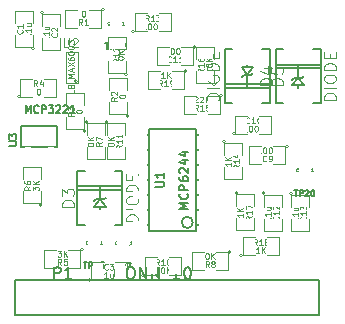
<source format=gto>
G04 (created by PCBNEW (2013-07-07 BZR 4022)-stable) date 11/15/2014 10:46:49 AM*
%MOIN*%
G04 Gerber Fmt 3.4, Leading zero omitted, Abs format*
%FSLAX34Y34*%
G01*
G70*
G90*
G04 APERTURE LIST*
%ADD10C,0.00590551*%
%ADD11C,0.005*%
%ADD12C,0.0039*%
%ADD13C,0.0031*%
%ADD14C,0.0059*%
%ADD15C,0.0043*%
%ADD16C,0.0047*%
%ADD17C,0.0025*%
%ADD18R,0.02X0.03*%
%ADD19R,0.05X0.025*%
%ADD20R,0.035X0.055*%
%ADD21R,0.055X0.035*%
%ADD22R,0.0866X0.063*%
%ADD23R,0.0394X0.0315*%
%ADD24C,0.0700787*%
%ADD25R,0.0393701X0.0393701*%
G04 APERTURE END LIST*
G54D10*
G54D11*
X11683Y-12475D02*
X11683Y-11775D01*
X11683Y-11775D02*
X12883Y-11775D01*
X12883Y-11775D02*
X12883Y-12475D01*
X12883Y-12475D02*
X11683Y-12475D01*
X15940Y-15280D02*
X17500Y-15280D01*
X17500Y-15280D02*
X17500Y-11880D01*
X17500Y-11880D02*
X15940Y-11880D01*
X15940Y-11880D02*
X15940Y-15280D01*
X15940Y-14580D02*
X15510Y-14580D01*
X15940Y-14080D02*
X15510Y-14080D01*
X15940Y-13580D02*
X15510Y-13580D01*
X15940Y-15080D02*
X15510Y-15080D01*
X15510Y-13080D02*
X15940Y-13080D01*
X15510Y-12580D02*
X15940Y-12580D01*
X15510Y-12080D02*
X15940Y-12080D01*
X17500Y-12080D02*
X17930Y-12080D01*
X17500Y-12580D02*
X17930Y-12580D01*
X17500Y-15080D02*
X17930Y-15080D01*
X17930Y-14580D02*
X17500Y-14580D01*
X17930Y-13080D02*
X17500Y-13080D01*
X17930Y-13580D02*
X17500Y-13580D01*
X17930Y-14080D02*
X17500Y-14080D01*
X17396Y-14990D02*
G75*
G03X17396Y-14990I-186J0D01*
G74*
G01*
G54D12*
X14450Y-7900D02*
G75*
G03X14450Y-7900I-50J0D01*
G74*
G01*
X13950Y-7900D02*
X14350Y-7900D01*
X14350Y-7900D02*
X14350Y-8500D01*
X14350Y-8500D02*
X13950Y-8500D01*
X13550Y-8500D02*
X13150Y-8500D01*
X13150Y-8500D02*
X13150Y-7900D01*
X13150Y-7900D02*
X13550Y-7900D01*
X11650Y-10800D02*
G75*
G03X11650Y-10800I-50J0D01*
G74*
G01*
X12050Y-10800D02*
X11650Y-10800D01*
X11650Y-10800D02*
X11650Y-10200D01*
X11650Y-10200D02*
X12050Y-10200D01*
X12450Y-10200D02*
X12850Y-10200D01*
X12850Y-10200D02*
X12850Y-10800D01*
X12850Y-10800D02*
X12450Y-10800D01*
X15261Y-11437D02*
G75*
G03X15261Y-11437I-50J0D01*
G74*
G01*
X15211Y-10987D02*
X15211Y-11387D01*
X15211Y-11387D02*
X14611Y-11387D01*
X14611Y-11387D02*
X14611Y-10987D01*
X14611Y-10587D02*
X14611Y-10187D01*
X14611Y-10187D02*
X15211Y-10187D01*
X15211Y-10187D02*
X15211Y-10587D01*
X13824Y-11939D02*
G75*
G03X13824Y-11939I-50J0D01*
G74*
G01*
X13774Y-11489D02*
X13774Y-11889D01*
X13774Y-11889D02*
X13174Y-11889D01*
X13174Y-11889D02*
X13174Y-11489D01*
X13174Y-11089D02*
X13174Y-10689D01*
X13174Y-10689D02*
X13774Y-10689D01*
X13774Y-10689D02*
X13774Y-11089D01*
X15212Y-10059D02*
G75*
G03X15212Y-10059I-50J0D01*
G74*
G01*
X15162Y-9609D02*
X15162Y-10009D01*
X15162Y-10009D02*
X14562Y-10009D01*
X14562Y-10009D02*
X14562Y-9609D01*
X14562Y-9209D02*
X14562Y-8809D01*
X14562Y-8809D02*
X15162Y-8809D01*
X15162Y-8809D02*
X15162Y-9209D01*
X14582Y-11643D02*
G75*
G03X14582Y-11643I-50J0D01*
G74*
G01*
X14532Y-12093D02*
X14532Y-11693D01*
X14532Y-11693D02*
X15132Y-11693D01*
X15132Y-11693D02*
X15132Y-12093D01*
X15132Y-12493D02*
X15132Y-12893D01*
X15132Y-12893D02*
X14532Y-12893D01*
X14532Y-12893D02*
X14532Y-12493D01*
X20726Y-14033D02*
G75*
G03X20726Y-14033I-50J0D01*
G74*
G01*
X20676Y-14483D02*
X20676Y-14083D01*
X20676Y-14083D02*
X21276Y-14083D01*
X21276Y-14083D02*
X21276Y-14483D01*
X21276Y-14883D02*
X21276Y-15283D01*
X21276Y-15283D02*
X20676Y-15283D01*
X20676Y-15283D02*
X20676Y-14883D01*
X19808Y-14021D02*
G75*
G03X19808Y-14021I-50J0D01*
G74*
G01*
X19758Y-14471D02*
X19758Y-14071D01*
X19758Y-14071D02*
X20358Y-14071D01*
X20358Y-14071D02*
X20358Y-14471D01*
X20358Y-14871D02*
X20358Y-15271D01*
X20358Y-15271D02*
X19758Y-15271D01*
X19758Y-15271D02*
X19758Y-14871D01*
X13996Y-16914D02*
G75*
G03X13996Y-16914I-50J0D01*
G74*
G01*
X14396Y-16914D02*
X13996Y-16914D01*
X13996Y-16914D02*
X13996Y-16314D01*
X13996Y-16314D02*
X14396Y-16314D01*
X14796Y-16314D02*
X15196Y-16314D01*
X15196Y-16314D02*
X15196Y-16914D01*
X15196Y-16914D02*
X14796Y-16914D01*
X15797Y-16756D02*
G75*
G03X15797Y-16756I-50J0D01*
G74*
G01*
X16197Y-16756D02*
X15797Y-16756D01*
X15797Y-16756D02*
X15797Y-16156D01*
X15797Y-16156D02*
X16197Y-16156D01*
X16597Y-16156D02*
X16997Y-16156D01*
X16997Y-16156D02*
X16997Y-16756D01*
X16997Y-16756D02*
X16597Y-16756D01*
X18900Y-14010D02*
G75*
G03X18900Y-14010I-50J0D01*
G74*
G01*
X18850Y-14460D02*
X18850Y-14060D01*
X18850Y-14060D02*
X19450Y-14060D01*
X19450Y-14060D02*
X19450Y-14460D01*
X19450Y-14860D02*
X19450Y-15260D01*
X19450Y-15260D02*
X18850Y-15260D01*
X18850Y-15260D02*
X18850Y-14860D01*
X19061Y-16090D02*
G75*
G03X19061Y-16090I-50J0D01*
G74*
G01*
X19461Y-16090D02*
X19061Y-16090D01*
X19061Y-16090D02*
X19061Y-15490D01*
X19061Y-15490D02*
X19461Y-15490D01*
X19861Y-15490D02*
X20261Y-15490D01*
X20261Y-15490D02*
X20261Y-16090D01*
X20261Y-16090D02*
X19861Y-16090D01*
X17200Y-9950D02*
G75*
G03X17200Y-9950I-50J0D01*
G74*
G01*
X16700Y-9950D02*
X17100Y-9950D01*
X17100Y-9950D02*
X17100Y-10550D01*
X17100Y-10550D02*
X16700Y-10550D01*
X16300Y-10550D02*
X15900Y-10550D01*
X15900Y-10550D02*
X15900Y-9950D01*
X15900Y-9950D02*
X16300Y-9950D01*
X18150Y-10400D02*
G75*
G03X18150Y-10400I-50J0D01*
G74*
G01*
X18100Y-9950D02*
X18100Y-10350D01*
X18100Y-10350D02*
X17500Y-10350D01*
X17500Y-10350D02*
X17500Y-9950D01*
X17500Y-9550D02*
X17500Y-9150D01*
X17500Y-9150D02*
X18100Y-9150D01*
X18100Y-9150D02*
X18100Y-9550D01*
X17500Y-9150D02*
G75*
G03X17500Y-9150I-50J0D01*
G74*
G01*
X17000Y-9150D02*
X17400Y-9150D01*
X17400Y-9150D02*
X17400Y-9750D01*
X17400Y-9750D02*
X17000Y-9750D01*
X16600Y-9750D02*
X16200Y-9750D01*
X16200Y-9750D02*
X16200Y-9150D01*
X16200Y-9150D02*
X16600Y-9150D01*
X18809Y-12032D02*
G75*
G03X18809Y-12032I-50J0D01*
G74*
G01*
X19209Y-12032D02*
X18809Y-12032D01*
X18809Y-12032D02*
X18809Y-11432D01*
X18809Y-11432D02*
X19209Y-11432D01*
X19609Y-11432D02*
X20009Y-11432D01*
X20009Y-11432D02*
X20009Y-12032D01*
X20009Y-12032D02*
X19609Y-12032D01*
X18396Y-10762D02*
G75*
G03X18396Y-10762I-50J0D01*
G74*
G01*
X17896Y-10762D02*
X18296Y-10762D01*
X18296Y-10762D02*
X18296Y-11362D01*
X18296Y-11362D02*
X17896Y-11362D01*
X17496Y-11362D02*
X17096Y-11362D01*
X17096Y-11362D02*
X17096Y-10762D01*
X17096Y-10762D02*
X17496Y-10762D01*
X20581Y-12455D02*
G75*
G03X20581Y-12455I-50J0D01*
G74*
G01*
X20081Y-12455D02*
X20481Y-12455D01*
X20481Y-12455D02*
X20481Y-13055D01*
X20481Y-13055D02*
X20081Y-13055D01*
X19681Y-13055D02*
X19281Y-13055D01*
X19281Y-13055D02*
X19281Y-12455D01*
X19281Y-12455D02*
X19681Y-12455D01*
X18490Y-12302D02*
G75*
G03X18490Y-12302I-50J0D01*
G74*
G01*
X18440Y-12752D02*
X18440Y-12352D01*
X18440Y-12352D02*
X19040Y-12352D01*
X19040Y-12352D02*
X19040Y-12752D01*
X19040Y-13152D02*
X19040Y-13552D01*
X19040Y-13552D02*
X18440Y-13552D01*
X18440Y-13552D02*
X18440Y-13152D01*
X15453Y-8626D02*
G75*
G03X15453Y-8626I-50J0D01*
G74*
G01*
X15853Y-8626D02*
X15453Y-8626D01*
X15453Y-8626D02*
X15453Y-8026D01*
X15453Y-8026D02*
X15853Y-8026D01*
X16253Y-8026D02*
X16653Y-8026D01*
X16653Y-8026D02*
X16653Y-8626D01*
X16653Y-8626D02*
X16253Y-8626D01*
G54D11*
X19212Y-9818D02*
X19212Y-9738D01*
X19962Y-9218D02*
X19962Y-11018D01*
X19962Y-11018D02*
X19712Y-11018D01*
X18462Y-10378D02*
X19962Y-10378D01*
X18462Y-10508D02*
X19962Y-10508D01*
X18712Y-9218D02*
X18462Y-9218D01*
X18462Y-9218D02*
X18462Y-11018D01*
X18462Y-11018D02*
X18712Y-11018D01*
X19712Y-9218D02*
X19962Y-9218D01*
X19212Y-10068D02*
X19399Y-9818D01*
X19399Y-9818D02*
X19212Y-9818D01*
X19212Y-9818D02*
X19025Y-9818D01*
X19025Y-9818D02*
X19212Y-10068D01*
X19212Y-10068D02*
X19337Y-10068D01*
X19337Y-10068D02*
X19399Y-10006D01*
X19212Y-10068D02*
X19087Y-10068D01*
X19087Y-10068D02*
X19025Y-10130D01*
X19212Y-10068D02*
X19212Y-10505D01*
X20905Y-10418D02*
X20905Y-10498D01*
X20155Y-11018D02*
X20155Y-9218D01*
X20155Y-9218D02*
X20405Y-9218D01*
X21655Y-9858D02*
X20155Y-9858D01*
X21655Y-9728D02*
X20155Y-9728D01*
X21405Y-11018D02*
X21655Y-11018D01*
X21655Y-11018D02*
X21655Y-9218D01*
X21655Y-9218D02*
X21405Y-9218D01*
X20405Y-11018D02*
X20155Y-11018D01*
X20905Y-10168D02*
X20718Y-10418D01*
X20718Y-10418D02*
X20905Y-10418D01*
X20905Y-10418D02*
X21092Y-10418D01*
X21092Y-10418D02*
X20905Y-10168D01*
X20905Y-10168D02*
X20780Y-10168D01*
X20780Y-10168D02*
X20718Y-10230D01*
X20905Y-10168D02*
X21030Y-10168D01*
X21030Y-10168D02*
X21092Y-10106D01*
X20905Y-10168D02*
X20905Y-9731D01*
X14301Y-14473D02*
X14301Y-14553D01*
X13551Y-15073D02*
X13551Y-13273D01*
X13551Y-13273D02*
X13801Y-13273D01*
X15051Y-13913D02*
X13551Y-13913D01*
X15051Y-13783D02*
X13551Y-13783D01*
X14801Y-15073D02*
X15051Y-15073D01*
X15051Y-15073D02*
X15051Y-13273D01*
X15051Y-13273D02*
X14801Y-13273D01*
X13801Y-15073D02*
X13551Y-15073D01*
X14301Y-14223D02*
X14114Y-14473D01*
X14114Y-14473D02*
X14301Y-14473D01*
X14301Y-14473D02*
X14488Y-14473D01*
X14488Y-14473D02*
X14301Y-14223D01*
X14301Y-14223D02*
X14176Y-14223D01*
X14176Y-14223D02*
X14114Y-14285D01*
X14301Y-14223D02*
X14426Y-14223D01*
X14426Y-14223D02*
X14488Y-14161D01*
X14301Y-14223D02*
X14301Y-13786D01*
G54D13*
X13556Y-10285D02*
G75*
G03X13556Y-10285I-62J0D01*
G74*
G01*
X13156Y-9322D02*
X13556Y-9322D01*
X13156Y-10347D02*
X13556Y-10347D01*
X13556Y-9322D02*
X13556Y-10347D01*
X13156Y-10347D02*
X13156Y-9322D01*
G54D12*
X12121Y-9193D02*
G75*
G03X12121Y-9193I-50J0D01*
G74*
G01*
X12071Y-8743D02*
X12071Y-9143D01*
X12071Y-9143D02*
X11471Y-9143D01*
X11471Y-9143D02*
X11471Y-8743D01*
X11471Y-8343D02*
X11471Y-7943D01*
X11471Y-7943D02*
X12071Y-7943D01*
X12071Y-7943D02*
X12071Y-8343D01*
X12377Y-14409D02*
G75*
G03X12377Y-14409I-50J0D01*
G74*
G01*
X12327Y-13959D02*
X12327Y-14359D01*
X12327Y-14359D02*
X11727Y-14359D01*
X11727Y-14359D02*
X11727Y-13959D01*
X11727Y-13559D02*
X11727Y-13159D01*
X11727Y-13159D02*
X12327Y-13159D01*
X12327Y-13159D02*
X12327Y-13559D01*
X13751Y-15900D02*
G75*
G03X13751Y-15900I-50J0D01*
G74*
G01*
X13251Y-15900D02*
X13651Y-15900D01*
X13651Y-15900D02*
X13651Y-16500D01*
X13651Y-16500D02*
X13251Y-16500D01*
X12851Y-16500D02*
X12451Y-16500D01*
X12451Y-16500D02*
X12451Y-15900D01*
X12451Y-15900D02*
X12851Y-15900D01*
X18672Y-15979D02*
G75*
G03X18672Y-15979I-50J0D01*
G74*
G01*
X18172Y-15979D02*
X18572Y-15979D01*
X18572Y-15979D02*
X18572Y-16579D01*
X18572Y-16579D02*
X18172Y-16579D01*
X17772Y-16579D02*
X17372Y-16579D01*
X17372Y-16579D02*
X17372Y-15979D01*
X17372Y-15979D02*
X17772Y-15979D01*
X13903Y-11643D02*
G75*
G03X13903Y-11643I-50J0D01*
G74*
G01*
X13853Y-12093D02*
X13853Y-11693D01*
X13853Y-11693D02*
X14453Y-11693D01*
X14453Y-11693D02*
X14453Y-12093D01*
X14453Y-12493D02*
X14453Y-12893D01*
X14453Y-12893D02*
X13853Y-12893D01*
X13853Y-12893D02*
X13853Y-12493D01*
G54D10*
X11459Y-16909D02*
X11459Y-18090D01*
X17561Y-16909D02*
X21597Y-16909D01*
X21597Y-16909D02*
X21597Y-18090D01*
X21597Y-18090D02*
X17561Y-18090D01*
X11459Y-16909D02*
X11656Y-16909D01*
X11459Y-18090D02*
X11656Y-18090D01*
X11656Y-16909D02*
X17561Y-16909D01*
X11656Y-18090D02*
X17561Y-18090D01*
G54D12*
X12427Y-8001D02*
G75*
G03X12427Y-8001I-50J0D01*
G74*
G01*
X12377Y-8451D02*
X12377Y-8051D01*
X12377Y-8051D02*
X12977Y-8051D01*
X12977Y-8051D02*
X12977Y-8451D01*
X12977Y-8851D02*
X12977Y-9251D01*
X12977Y-9251D02*
X12377Y-9251D01*
X12377Y-9251D02*
X12377Y-8851D01*
G54D11*
X11268Y-12434D02*
X11471Y-12434D01*
X11494Y-12422D01*
X11506Y-12410D01*
X11518Y-12386D01*
X11518Y-12339D01*
X11506Y-12315D01*
X11494Y-12303D01*
X11471Y-12291D01*
X11268Y-12291D01*
X11268Y-12196D02*
X11268Y-12041D01*
X11363Y-12124D01*
X11363Y-12089D01*
X11375Y-12065D01*
X11387Y-12053D01*
X11411Y-12041D01*
X11471Y-12041D01*
X11494Y-12053D01*
X11506Y-12065D01*
X11518Y-12089D01*
X11518Y-12160D01*
X11506Y-12184D01*
X11494Y-12196D01*
X11828Y-11341D02*
X11828Y-11091D01*
X11911Y-11269D01*
X11994Y-11091D01*
X11994Y-11341D01*
X12256Y-11317D02*
X12244Y-11329D01*
X12209Y-11341D01*
X12185Y-11341D01*
X12149Y-11329D01*
X12125Y-11305D01*
X12113Y-11281D01*
X12102Y-11234D01*
X12102Y-11198D01*
X12113Y-11150D01*
X12125Y-11127D01*
X12149Y-11103D01*
X12185Y-11091D01*
X12209Y-11091D01*
X12244Y-11103D01*
X12256Y-11115D01*
X12363Y-11341D02*
X12363Y-11091D01*
X12459Y-11091D01*
X12483Y-11103D01*
X12494Y-11115D01*
X12506Y-11138D01*
X12506Y-11174D01*
X12494Y-11198D01*
X12483Y-11210D01*
X12459Y-11222D01*
X12363Y-11222D01*
X12590Y-11091D02*
X12744Y-11091D01*
X12661Y-11186D01*
X12697Y-11186D01*
X12721Y-11198D01*
X12733Y-11210D01*
X12744Y-11234D01*
X12744Y-11293D01*
X12733Y-11317D01*
X12721Y-11329D01*
X12697Y-11341D01*
X12625Y-11341D01*
X12602Y-11329D01*
X12590Y-11317D01*
X12840Y-11115D02*
X12852Y-11103D01*
X12875Y-11091D01*
X12935Y-11091D01*
X12959Y-11103D01*
X12971Y-11115D01*
X12983Y-11138D01*
X12983Y-11162D01*
X12971Y-11198D01*
X12828Y-11341D01*
X12983Y-11341D01*
X13078Y-11115D02*
X13090Y-11103D01*
X13113Y-11091D01*
X13173Y-11091D01*
X13197Y-11103D01*
X13209Y-11115D01*
X13221Y-11138D01*
X13221Y-11162D01*
X13209Y-11198D01*
X13066Y-11341D01*
X13221Y-11341D01*
X13459Y-11341D02*
X13316Y-11341D01*
X13387Y-11341D02*
X13387Y-11091D01*
X13363Y-11127D01*
X13340Y-11150D01*
X13316Y-11162D01*
G54D14*
X16144Y-13804D02*
X16383Y-13804D01*
X16411Y-13790D01*
X16425Y-13776D01*
X16439Y-13748D01*
X16439Y-13692D01*
X16425Y-13664D01*
X16411Y-13650D01*
X16383Y-13636D01*
X16144Y-13636D01*
X16439Y-13341D02*
X16439Y-13509D01*
X16439Y-13425D02*
X16144Y-13425D01*
X16186Y-13453D01*
X16214Y-13481D01*
X16228Y-13509D01*
X17239Y-14535D02*
X16944Y-14535D01*
X17155Y-14436D01*
X16944Y-14338D01*
X17239Y-14338D01*
X17211Y-14029D02*
X17225Y-14043D01*
X17239Y-14085D01*
X17239Y-14113D01*
X17225Y-14155D01*
X17197Y-14184D01*
X17169Y-14198D01*
X17112Y-14212D01*
X17070Y-14212D01*
X17014Y-14198D01*
X16986Y-14184D01*
X16958Y-14155D01*
X16944Y-14113D01*
X16944Y-14085D01*
X16958Y-14043D01*
X16972Y-14029D01*
X17239Y-13903D02*
X16944Y-13903D01*
X16944Y-13790D01*
X16958Y-13762D01*
X16972Y-13748D01*
X17000Y-13734D01*
X17042Y-13734D01*
X17070Y-13748D01*
X17084Y-13762D01*
X17098Y-13790D01*
X17098Y-13903D01*
X16944Y-13481D02*
X16944Y-13537D01*
X16958Y-13565D01*
X16972Y-13579D01*
X17014Y-13608D01*
X17070Y-13622D01*
X17183Y-13622D01*
X17211Y-13608D01*
X17225Y-13594D01*
X17239Y-13565D01*
X17239Y-13509D01*
X17225Y-13481D01*
X17211Y-13467D01*
X17183Y-13453D01*
X17112Y-13453D01*
X17084Y-13467D01*
X17070Y-13481D01*
X17056Y-13509D01*
X17056Y-13565D01*
X17070Y-13594D01*
X17084Y-13608D01*
X17112Y-13622D01*
X16972Y-13341D02*
X16958Y-13327D01*
X16944Y-13299D01*
X16944Y-13228D01*
X16958Y-13200D01*
X16972Y-13186D01*
X17000Y-13172D01*
X17028Y-13172D01*
X17070Y-13186D01*
X17239Y-13355D01*
X17239Y-13172D01*
X17042Y-12919D02*
X17239Y-12919D01*
X16930Y-12989D02*
X17141Y-13060D01*
X17141Y-12877D01*
X17042Y-12638D02*
X17239Y-12638D01*
X16930Y-12709D02*
X17141Y-12779D01*
X17141Y-12596D01*
G54D15*
X13717Y-8404D02*
X13651Y-8310D01*
X13604Y-8404D02*
X13604Y-8207D01*
X13679Y-8207D01*
X13698Y-8217D01*
X13707Y-8226D01*
X13717Y-8245D01*
X13717Y-8273D01*
X13707Y-8292D01*
X13698Y-8301D01*
X13679Y-8310D01*
X13604Y-8310D01*
X13904Y-8404D02*
X13792Y-8404D01*
X13848Y-8404D02*
X13848Y-8207D01*
X13829Y-8235D01*
X13810Y-8254D01*
X13792Y-8264D01*
X13740Y-7932D02*
X13759Y-7932D01*
X13778Y-7942D01*
X13787Y-7951D01*
X13796Y-7970D01*
X13806Y-8007D01*
X13806Y-8054D01*
X13796Y-8092D01*
X13787Y-8110D01*
X13778Y-8120D01*
X13759Y-8129D01*
X13740Y-8129D01*
X13721Y-8120D01*
X13712Y-8110D01*
X13703Y-8092D01*
X13693Y-8054D01*
X13693Y-8007D01*
X13703Y-7970D01*
X13712Y-7951D01*
X13721Y-7942D01*
X13740Y-7932D01*
X12217Y-10454D02*
X12151Y-10360D01*
X12104Y-10454D02*
X12104Y-10257D01*
X12179Y-10257D01*
X12198Y-10267D01*
X12207Y-10276D01*
X12217Y-10295D01*
X12217Y-10323D01*
X12207Y-10342D01*
X12198Y-10351D01*
X12179Y-10360D01*
X12104Y-10360D01*
X12386Y-10323D02*
X12386Y-10454D01*
X12339Y-10248D02*
X12292Y-10389D01*
X12414Y-10389D01*
X12240Y-10532D02*
X12259Y-10532D01*
X12278Y-10542D01*
X12287Y-10551D01*
X12296Y-10570D01*
X12306Y-10607D01*
X12306Y-10654D01*
X12296Y-10692D01*
X12287Y-10710D01*
X12278Y-10720D01*
X12259Y-10729D01*
X12240Y-10729D01*
X12221Y-10720D01*
X12212Y-10710D01*
X12203Y-10692D01*
X12193Y-10654D01*
X12193Y-10607D01*
X12203Y-10570D01*
X12212Y-10551D01*
X12221Y-10542D01*
X12240Y-10532D01*
X14866Y-10820D02*
X14772Y-10885D01*
X14866Y-10932D02*
X14669Y-10932D01*
X14669Y-10857D01*
X14678Y-10838D01*
X14687Y-10829D01*
X14706Y-10820D01*
X14734Y-10820D01*
X14753Y-10829D01*
X14762Y-10838D01*
X14772Y-10857D01*
X14772Y-10932D01*
X14687Y-10745D02*
X14678Y-10735D01*
X14669Y-10717D01*
X14669Y-10670D01*
X14678Y-10651D01*
X14687Y-10641D01*
X14706Y-10632D01*
X14725Y-10632D01*
X14753Y-10641D01*
X14866Y-10754D01*
X14866Y-10632D01*
X14944Y-10796D02*
X14944Y-10778D01*
X14953Y-10759D01*
X14962Y-10749D01*
X14981Y-10740D01*
X15019Y-10731D01*
X15066Y-10731D01*
X15103Y-10740D01*
X15122Y-10749D01*
X15131Y-10759D01*
X15141Y-10778D01*
X15141Y-10796D01*
X15131Y-10815D01*
X15122Y-10824D01*
X15103Y-10834D01*
X15066Y-10843D01*
X15019Y-10843D01*
X14981Y-10834D01*
X14962Y-10824D01*
X14953Y-10815D01*
X14944Y-10796D01*
X13429Y-11322D02*
X13335Y-11387D01*
X13429Y-11434D02*
X13232Y-11434D01*
X13232Y-11359D01*
X13241Y-11340D01*
X13250Y-11331D01*
X13269Y-11322D01*
X13297Y-11322D01*
X13316Y-11331D01*
X13325Y-11340D01*
X13335Y-11359D01*
X13335Y-11434D01*
X13232Y-11256D02*
X13232Y-11134D01*
X13307Y-11200D01*
X13307Y-11172D01*
X13316Y-11153D01*
X13325Y-11143D01*
X13344Y-11134D01*
X13391Y-11134D01*
X13410Y-11143D01*
X13419Y-11153D01*
X13429Y-11172D01*
X13429Y-11228D01*
X13419Y-11247D01*
X13410Y-11256D01*
X13507Y-11298D02*
X13507Y-11279D01*
X13516Y-11261D01*
X13525Y-11251D01*
X13544Y-11242D01*
X13582Y-11233D01*
X13629Y-11233D01*
X13666Y-11242D01*
X13685Y-11251D01*
X13694Y-11261D01*
X13704Y-11279D01*
X13704Y-11298D01*
X13694Y-11317D01*
X13685Y-11326D01*
X13666Y-11336D01*
X13629Y-11345D01*
X13582Y-11345D01*
X13544Y-11336D01*
X13525Y-11326D01*
X13516Y-11317D01*
X13507Y-11298D01*
X14941Y-9536D02*
X14848Y-9601D01*
X14941Y-9648D02*
X14744Y-9648D01*
X14744Y-9573D01*
X14754Y-9554D01*
X14763Y-9545D01*
X14782Y-9536D01*
X14810Y-9536D01*
X14829Y-9545D01*
X14838Y-9554D01*
X14848Y-9573D01*
X14848Y-9648D01*
X14941Y-9348D02*
X14941Y-9461D01*
X14941Y-9404D02*
X14744Y-9404D01*
X14773Y-9423D01*
X14791Y-9442D01*
X14801Y-9461D01*
X14763Y-9273D02*
X14754Y-9264D01*
X14744Y-9245D01*
X14744Y-9198D01*
X14754Y-9179D01*
X14763Y-9170D01*
X14782Y-9160D01*
X14801Y-9160D01*
X14829Y-9170D01*
X14941Y-9282D01*
X14941Y-9160D01*
X14894Y-9517D02*
X14894Y-9498D01*
X14904Y-9479D01*
X14913Y-9470D01*
X14932Y-9461D01*
X14969Y-9451D01*
X15016Y-9451D01*
X15054Y-9461D01*
X15073Y-9470D01*
X15082Y-9479D01*
X15091Y-9498D01*
X15091Y-9517D01*
X15082Y-9536D01*
X15073Y-9545D01*
X15054Y-9554D01*
X15016Y-9564D01*
X14969Y-9564D01*
X14932Y-9554D01*
X14913Y-9545D01*
X14904Y-9536D01*
X14894Y-9517D01*
X15091Y-9367D02*
X14894Y-9367D01*
X15091Y-9254D02*
X14979Y-9339D01*
X14894Y-9254D02*
X15007Y-9367D01*
X15037Y-12419D02*
X14943Y-12485D01*
X15037Y-12532D02*
X14840Y-12532D01*
X14840Y-12457D01*
X14849Y-12438D01*
X14859Y-12429D01*
X14877Y-12419D01*
X14906Y-12419D01*
X14924Y-12429D01*
X14934Y-12438D01*
X14943Y-12457D01*
X14943Y-12532D01*
X15037Y-12232D02*
X15037Y-12344D01*
X15037Y-12288D02*
X14840Y-12288D01*
X14868Y-12307D01*
X14887Y-12326D01*
X14896Y-12344D01*
X15037Y-12044D02*
X15037Y-12157D01*
X15037Y-12100D02*
X14840Y-12100D01*
X14868Y-12119D01*
X14887Y-12138D01*
X14896Y-12157D01*
X14565Y-12401D02*
X14565Y-12382D01*
X14574Y-12363D01*
X14584Y-12354D01*
X14602Y-12344D01*
X14640Y-12335D01*
X14687Y-12335D01*
X14724Y-12344D01*
X14743Y-12354D01*
X14753Y-12363D01*
X14762Y-12382D01*
X14762Y-12401D01*
X14753Y-12419D01*
X14743Y-12429D01*
X14724Y-12438D01*
X14687Y-12448D01*
X14640Y-12448D01*
X14602Y-12438D01*
X14584Y-12429D01*
X14574Y-12419D01*
X14565Y-12401D01*
X14762Y-12251D02*
X14565Y-12251D01*
X14762Y-12138D02*
X14649Y-12222D01*
X14565Y-12138D02*
X14677Y-12251D01*
X21161Y-14809D02*
X21171Y-14819D01*
X21180Y-14847D01*
X21180Y-14865D01*
X21171Y-14894D01*
X21152Y-14912D01*
X21133Y-14922D01*
X21096Y-14931D01*
X21068Y-14931D01*
X21030Y-14922D01*
X21011Y-14912D01*
X20993Y-14894D01*
X20983Y-14865D01*
X20983Y-14847D01*
X20993Y-14819D01*
X21002Y-14809D01*
X21180Y-14622D02*
X21180Y-14734D01*
X21180Y-14678D02*
X20983Y-14678D01*
X21011Y-14697D01*
X21030Y-14715D01*
X21040Y-14734D01*
X20983Y-14556D02*
X20983Y-14434D01*
X21058Y-14500D01*
X21058Y-14471D01*
X21068Y-14453D01*
X21077Y-14443D01*
X21096Y-14434D01*
X21143Y-14434D01*
X21161Y-14443D01*
X21171Y-14453D01*
X21180Y-14471D01*
X21180Y-14528D01*
X21171Y-14546D01*
X21161Y-14556D01*
X20886Y-14865D02*
X20896Y-14856D01*
X20905Y-14865D01*
X20896Y-14875D01*
X20886Y-14865D01*
X20905Y-14865D01*
X20905Y-14668D02*
X20905Y-14781D01*
X20905Y-14725D02*
X20708Y-14725D01*
X20736Y-14743D01*
X20755Y-14762D01*
X20765Y-14781D01*
X20774Y-14500D02*
X20905Y-14500D01*
X20774Y-14584D02*
X20877Y-14584D01*
X20896Y-14575D01*
X20905Y-14556D01*
X20905Y-14528D01*
X20896Y-14509D01*
X20886Y-14500D01*
X20243Y-14797D02*
X20253Y-14807D01*
X20262Y-14835D01*
X20262Y-14853D01*
X20253Y-14882D01*
X20234Y-14900D01*
X20215Y-14910D01*
X20178Y-14919D01*
X20150Y-14919D01*
X20112Y-14910D01*
X20093Y-14900D01*
X20075Y-14882D01*
X20065Y-14853D01*
X20065Y-14835D01*
X20075Y-14807D01*
X20084Y-14797D01*
X20262Y-14610D02*
X20262Y-14722D01*
X20262Y-14666D02*
X20065Y-14666D01*
X20093Y-14685D01*
X20112Y-14703D01*
X20122Y-14722D01*
X20084Y-14534D02*
X20075Y-14525D01*
X20065Y-14506D01*
X20065Y-14459D01*
X20075Y-14441D01*
X20084Y-14431D01*
X20103Y-14422D01*
X20122Y-14422D01*
X20150Y-14431D01*
X20262Y-14544D01*
X20262Y-14422D01*
X19968Y-14853D02*
X19978Y-14844D01*
X19987Y-14853D01*
X19978Y-14863D01*
X19968Y-14853D01*
X19987Y-14853D01*
X19987Y-14656D02*
X19987Y-14769D01*
X19987Y-14713D02*
X19790Y-14713D01*
X19818Y-14731D01*
X19837Y-14750D01*
X19847Y-14769D01*
X19856Y-14488D02*
X19987Y-14488D01*
X19856Y-14572D02*
X19959Y-14572D01*
X19978Y-14563D01*
X19987Y-14544D01*
X19987Y-14516D01*
X19978Y-14497D01*
X19968Y-14488D01*
X14563Y-16550D02*
X14554Y-16559D01*
X14526Y-16568D01*
X14507Y-16568D01*
X14479Y-16559D01*
X14460Y-16540D01*
X14451Y-16522D01*
X14441Y-16484D01*
X14441Y-16456D01*
X14451Y-16418D01*
X14460Y-16400D01*
X14479Y-16381D01*
X14507Y-16371D01*
X14526Y-16371D01*
X14554Y-16381D01*
X14563Y-16390D01*
X14629Y-16371D02*
X14751Y-16371D01*
X14685Y-16446D01*
X14713Y-16446D01*
X14732Y-16456D01*
X14741Y-16465D01*
X14751Y-16484D01*
X14751Y-16531D01*
X14741Y-16550D01*
X14732Y-16559D01*
X14713Y-16568D01*
X14657Y-16568D01*
X14638Y-16559D01*
X14629Y-16550D01*
X14563Y-16843D02*
X14451Y-16843D01*
X14507Y-16843D02*
X14507Y-16646D01*
X14488Y-16675D01*
X14469Y-16693D01*
X14451Y-16703D01*
X14732Y-16712D02*
X14732Y-16843D01*
X14648Y-16712D02*
X14648Y-16815D01*
X14657Y-16834D01*
X14676Y-16843D01*
X14704Y-16843D01*
X14723Y-16834D01*
X14732Y-16825D01*
X16270Y-16411D02*
X16205Y-16317D01*
X16158Y-16411D02*
X16158Y-16214D01*
X16233Y-16214D01*
X16252Y-16223D01*
X16261Y-16233D01*
X16270Y-16251D01*
X16270Y-16280D01*
X16261Y-16298D01*
X16252Y-16308D01*
X16233Y-16317D01*
X16158Y-16317D01*
X16458Y-16411D02*
X16346Y-16411D01*
X16402Y-16411D02*
X16402Y-16214D01*
X16383Y-16242D01*
X16364Y-16261D01*
X16346Y-16270D01*
X16580Y-16214D02*
X16599Y-16214D01*
X16618Y-16223D01*
X16627Y-16233D01*
X16636Y-16251D01*
X16646Y-16289D01*
X16646Y-16336D01*
X16636Y-16373D01*
X16627Y-16392D01*
X16618Y-16402D01*
X16599Y-16411D01*
X16580Y-16411D01*
X16561Y-16402D01*
X16552Y-16392D01*
X16543Y-16373D01*
X16533Y-16336D01*
X16533Y-16289D01*
X16543Y-16251D01*
X16552Y-16233D01*
X16561Y-16223D01*
X16580Y-16214D01*
X16261Y-16686D02*
X16149Y-16686D01*
X16205Y-16686D02*
X16205Y-16489D01*
X16186Y-16517D01*
X16167Y-16536D01*
X16149Y-16545D01*
X16383Y-16489D02*
X16402Y-16489D01*
X16421Y-16498D01*
X16430Y-16508D01*
X16439Y-16526D01*
X16449Y-16564D01*
X16449Y-16611D01*
X16439Y-16648D01*
X16430Y-16667D01*
X16421Y-16677D01*
X16402Y-16686D01*
X16383Y-16686D01*
X16364Y-16677D01*
X16355Y-16667D01*
X16346Y-16648D01*
X16336Y-16611D01*
X16336Y-16564D01*
X16346Y-16526D01*
X16355Y-16508D01*
X16364Y-16498D01*
X16383Y-16489D01*
X16533Y-16686D02*
X16533Y-16489D01*
X16646Y-16686D02*
X16561Y-16573D01*
X16646Y-16489D02*
X16533Y-16602D01*
X19354Y-14786D02*
X19260Y-14852D01*
X19354Y-14899D02*
X19157Y-14899D01*
X19157Y-14824D01*
X19167Y-14805D01*
X19176Y-14796D01*
X19195Y-14786D01*
X19223Y-14786D01*
X19242Y-14796D01*
X19251Y-14805D01*
X19260Y-14824D01*
X19260Y-14899D01*
X19354Y-14599D02*
X19354Y-14711D01*
X19354Y-14655D02*
X19157Y-14655D01*
X19185Y-14674D01*
X19204Y-14692D01*
X19214Y-14711D01*
X19157Y-14533D02*
X19157Y-14402D01*
X19354Y-14486D01*
X19079Y-14702D02*
X19079Y-14814D01*
X19079Y-14758D02*
X18882Y-14758D01*
X18910Y-14777D01*
X18929Y-14796D01*
X18939Y-14814D01*
X19079Y-14617D02*
X18882Y-14617D01*
X19079Y-14505D02*
X18967Y-14589D01*
X18882Y-14505D02*
X18995Y-14617D01*
X19534Y-15744D02*
X19468Y-15650D01*
X19421Y-15744D02*
X19421Y-15547D01*
X19496Y-15547D01*
X19515Y-15557D01*
X19524Y-15566D01*
X19534Y-15585D01*
X19534Y-15613D01*
X19524Y-15632D01*
X19515Y-15641D01*
X19496Y-15650D01*
X19421Y-15650D01*
X19721Y-15744D02*
X19609Y-15744D01*
X19665Y-15744D02*
X19665Y-15547D01*
X19646Y-15575D01*
X19628Y-15594D01*
X19609Y-15604D01*
X19834Y-15632D02*
X19815Y-15622D01*
X19806Y-15613D01*
X19797Y-15594D01*
X19797Y-15585D01*
X19806Y-15566D01*
X19815Y-15557D01*
X19834Y-15547D01*
X19872Y-15547D01*
X19890Y-15557D01*
X19900Y-15566D01*
X19909Y-15585D01*
X19909Y-15594D01*
X19900Y-15613D01*
X19890Y-15622D01*
X19872Y-15632D01*
X19834Y-15632D01*
X19815Y-15641D01*
X19806Y-15650D01*
X19797Y-15669D01*
X19797Y-15707D01*
X19806Y-15725D01*
X19815Y-15735D01*
X19834Y-15744D01*
X19872Y-15744D01*
X19890Y-15735D01*
X19900Y-15725D01*
X19909Y-15707D01*
X19909Y-15669D01*
X19900Y-15650D01*
X19890Y-15641D01*
X19872Y-15632D01*
X19618Y-16019D02*
X19506Y-16019D01*
X19562Y-16019D02*
X19562Y-15822D01*
X19543Y-15850D01*
X19524Y-15869D01*
X19506Y-15879D01*
X19703Y-16019D02*
X19703Y-15822D01*
X19815Y-16019D02*
X19731Y-15907D01*
X19815Y-15822D02*
X19703Y-15935D01*
X16373Y-10454D02*
X16307Y-10360D01*
X16260Y-10454D02*
X16260Y-10257D01*
X16335Y-10257D01*
X16354Y-10267D01*
X16363Y-10276D01*
X16373Y-10295D01*
X16373Y-10323D01*
X16363Y-10342D01*
X16354Y-10351D01*
X16335Y-10360D01*
X16260Y-10360D01*
X16560Y-10454D02*
X16448Y-10454D01*
X16504Y-10454D02*
X16504Y-10257D01*
X16485Y-10285D01*
X16467Y-10304D01*
X16448Y-10314D01*
X16654Y-10454D02*
X16692Y-10454D01*
X16711Y-10445D01*
X16720Y-10435D01*
X16739Y-10407D01*
X16748Y-10370D01*
X16748Y-10295D01*
X16739Y-10276D01*
X16729Y-10267D01*
X16711Y-10257D01*
X16673Y-10257D01*
X16654Y-10267D01*
X16645Y-10276D01*
X16636Y-10295D01*
X16636Y-10342D01*
X16645Y-10360D01*
X16654Y-10370D01*
X16673Y-10379D01*
X16711Y-10379D01*
X16729Y-10370D01*
X16739Y-10360D01*
X16748Y-10342D01*
X16457Y-10179D02*
X16345Y-10179D01*
X16401Y-10179D02*
X16401Y-9982D01*
X16382Y-10010D01*
X16363Y-10029D01*
X16345Y-10039D01*
X16542Y-10179D02*
X16542Y-9982D01*
X16654Y-10179D02*
X16570Y-10067D01*
X16654Y-9982D02*
X16542Y-10095D01*
X17754Y-9876D02*
X17660Y-9942D01*
X17754Y-9989D02*
X17557Y-9989D01*
X17557Y-9914D01*
X17567Y-9895D01*
X17576Y-9886D01*
X17595Y-9876D01*
X17623Y-9876D01*
X17642Y-9886D01*
X17651Y-9895D01*
X17660Y-9914D01*
X17660Y-9989D01*
X17754Y-9689D02*
X17754Y-9801D01*
X17754Y-9745D02*
X17557Y-9745D01*
X17585Y-9764D01*
X17604Y-9782D01*
X17614Y-9801D01*
X17557Y-9520D02*
X17557Y-9557D01*
X17567Y-9576D01*
X17576Y-9585D01*
X17604Y-9604D01*
X17642Y-9613D01*
X17717Y-9613D01*
X17735Y-9604D01*
X17745Y-9595D01*
X17754Y-9576D01*
X17754Y-9538D01*
X17745Y-9520D01*
X17735Y-9510D01*
X17717Y-9501D01*
X17670Y-9501D01*
X17651Y-9510D01*
X17642Y-9520D01*
X17632Y-9538D01*
X17632Y-9576D01*
X17642Y-9595D01*
X17651Y-9604D01*
X17670Y-9613D01*
X18029Y-9886D02*
X18029Y-9998D01*
X18029Y-9942D02*
X17832Y-9942D01*
X17860Y-9961D01*
X17879Y-9979D01*
X17889Y-9998D01*
X17832Y-9764D02*
X17832Y-9745D01*
X17842Y-9726D01*
X17851Y-9717D01*
X17870Y-9707D01*
X17907Y-9698D01*
X17954Y-9698D01*
X17992Y-9707D01*
X18010Y-9717D01*
X18020Y-9726D01*
X18029Y-9745D01*
X18029Y-9764D01*
X18020Y-9782D01*
X18010Y-9792D01*
X17992Y-9801D01*
X17954Y-9810D01*
X17907Y-9810D01*
X17870Y-9801D01*
X17851Y-9792D01*
X17842Y-9782D01*
X17832Y-9764D01*
X18029Y-9613D02*
X17832Y-9613D01*
X18029Y-9501D02*
X17917Y-9585D01*
X17832Y-9501D02*
X17945Y-9613D01*
X16673Y-9635D02*
X16663Y-9645D01*
X16635Y-9654D01*
X16617Y-9654D01*
X16588Y-9645D01*
X16570Y-9626D01*
X16560Y-9607D01*
X16551Y-9570D01*
X16551Y-9542D01*
X16560Y-9504D01*
X16570Y-9485D01*
X16588Y-9467D01*
X16617Y-9457D01*
X16635Y-9457D01*
X16663Y-9467D01*
X16673Y-9476D01*
X16860Y-9654D02*
X16748Y-9654D01*
X16804Y-9654D02*
X16804Y-9457D01*
X16785Y-9485D01*
X16767Y-9504D01*
X16748Y-9514D01*
X17048Y-9654D02*
X16936Y-9654D01*
X16992Y-9654D02*
X16992Y-9457D01*
X16973Y-9485D01*
X16954Y-9504D01*
X16936Y-9514D01*
X16579Y-9379D02*
X16466Y-9379D01*
X16523Y-9379D02*
X16523Y-9182D01*
X16504Y-9210D01*
X16485Y-9229D01*
X16466Y-9239D01*
X16701Y-9182D02*
X16720Y-9182D01*
X16739Y-9192D01*
X16748Y-9201D01*
X16757Y-9220D01*
X16767Y-9257D01*
X16767Y-9304D01*
X16757Y-9342D01*
X16748Y-9360D01*
X16739Y-9370D01*
X16720Y-9379D01*
X16701Y-9379D01*
X16682Y-9370D01*
X16673Y-9360D01*
X16663Y-9342D01*
X16654Y-9304D01*
X16654Y-9257D01*
X16663Y-9220D01*
X16673Y-9201D01*
X16682Y-9192D01*
X16701Y-9182D01*
X16889Y-9182D02*
X16907Y-9182D01*
X16926Y-9192D01*
X16936Y-9201D01*
X16945Y-9220D01*
X16954Y-9257D01*
X16954Y-9304D01*
X16945Y-9342D01*
X16936Y-9360D01*
X16926Y-9370D01*
X16907Y-9379D01*
X16889Y-9379D01*
X16870Y-9370D01*
X16860Y-9360D01*
X16851Y-9342D01*
X16842Y-9304D01*
X16842Y-9257D01*
X16851Y-9220D01*
X16860Y-9201D01*
X16870Y-9192D01*
X16889Y-9182D01*
X17039Y-9248D02*
X17039Y-9379D01*
X17039Y-9267D02*
X17048Y-9257D01*
X17067Y-9248D01*
X17095Y-9248D01*
X17114Y-9257D01*
X17123Y-9276D01*
X17123Y-9379D01*
X19282Y-11668D02*
X19273Y-11677D01*
X19245Y-11687D01*
X19226Y-11687D01*
X19198Y-11677D01*
X19179Y-11658D01*
X19170Y-11640D01*
X19160Y-11602D01*
X19160Y-11574D01*
X19170Y-11536D01*
X19179Y-11518D01*
X19198Y-11499D01*
X19226Y-11490D01*
X19245Y-11490D01*
X19273Y-11499D01*
X19282Y-11508D01*
X19470Y-11687D02*
X19357Y-11687D01*
X19414Y-11687D02*
X19414Y-11490D01*
X19395Y-11518D01*
X19376Y-11536D01*
X19357Y-11546D01*
X19592Y-11490D02*
X19611Y-11490D01*
X19629Y-11499D01*
X19639Y-11508D01*
X19648Y-11527D01*
X19658Y-11565D01*
X19658Y-11611D01*
X19648Y-11649D01*
X19639Y-11668D01*
X19629Y-11677D01*
X19611Y-11687D01*
X19592Y-11687D01*
X19573Y-11677D01*
X19564Y-11668D01*
X19554Y-11649D01*
X19545Y-11611D01*
X19545Y-11565D01*
X19554Y-11527D01*
X19564Y-11508D01*
X19573Y-11499D01*
X19592Y-11490D01*
X19188Y-11962D02*
X19076Y-11962D01*
X19132Y-11962D02*
X19132Y-11765D01*
X19113Y-11793D01*
X19095Y-11811D01*
X19076Y-11821D01*
X19310Y-11765D02*
X19329Y-11765D01*
X19348Y-11774D01*
X19357Y-11783D01*
X19367Y-11802D01*
X19376Y-11840D01*
X19376Y-11886D01*
X19367Y-11924D01*
X19357Y-11943D01*
X19348Y-11952D01*
X19329Y-11962D01*
X19310Y-11962D01*
X19292Y-11952D01*
X19282Y-11943D01*
X19273Y-11924D01*
X19264Y-11886D01*
X19264Y-11840D01*
X19273Y-11802D01*
X19282Y-11783D01*
X19292Y-11774D01*
X19310Y-11765D01*
X19498Y-11765D02*
X19517Y-11765D01*
X19536Y-11774D01*
X19545Y-11783D01*
X19554Y-11802D01*
X19564Y-11840D01*
X19564Y-11886D01*
X19554Y-11924D01*
X19545Y-11943D01*
X19536Y-11952D01*
X19517Y-11962D01*
X19498Y-11962D01*
X19479Y-11952D01*
X19470Y-11943D01*
X19461Y-11924D01*
X19451Y-11886D01*
X19451Y-11840D01*
X19461Y-11802D01*
X19470Y-11783D01*
X19479Y-11774D01*
X19498Y-11765D01*
X19648Y-11830D02*
X19648Y-11962D01*
X19648Y-11849D02*
X19658Y-11840D01*
X19676Y-11830D01*
X19704Y-11830D01*
X19723Y-11840D01*
X19733Y-11858D01*
X19733Y-11962D01*
X17570Y-11267D02*
X17504Y-11173D01*
X17457Y-11267D02*
X17457Y-11070D01*
X17532Y-11070D01*
X17551Y-11080D01*
X17560Y-11089D01*
X17570Y-11108D01*
X17570Y-11136D01*
X17560Y-11155D01*
X17551Y-11164D01*
X17532Y-11173D01*
X17457Y-11173D01*
X17757Y-11267D02*
X17645Y-11267D01*
X17701Y-11267D02*
X17701Y-11070D01*
X17682Y-11098D01*
X17664Y-11117D01*
X17645Y-11127D01*
X17936Y-11070D02*
X17842Y-11070D01*
X17832Y-11164D01*
X17842Y-11155D01*
X17861Y-11145D01*
X17907Y-11145D01*
X17926Y-11155D01*
X17936Y-11164D01*
X17945Y-11183D01*
X17945Y-11230D01*
X17936Y-11248D01*
X17926Y-11258D01*
X17907Y-11267D01*
X17861Y-11267D01*
X17842Y-11258D01*
X17832Y-11248D01*
X17448Y-10814D02*
X17457Y-10805D01*
X17476Y-10795D01*
X17523Y-10795D01*
X17542Y-10805D01*
X17551Y-10814D01*
X17560Y-10833D01*
X17560Y-10852D01*
X17551Y-10880D01*
X17438Y-10992D01*
X17560Y-10992D01*
X17635Y-10814D02*
X17645Y-10805D01*
X17664Y-10795D01*
X17710Y-10795D01*
X17729Y-10805D01*
X17739Y-10814D01*
X17748Y-10833D01*
X17748Y-10852D01*
X17739Y-10880D01*
X17626Y-10992D01*
X17748Y-10992D01*
X17832Y-10992D02*
X17832Y-10795D01*
X17945Y-10992D02*
X17861Y-10880D01*
X17945Y-10795D02*
X17832Y-10908D01*
X19849Y-12941D02*
X19839Y-12951D01*
X19811Y-12960D01*
X19792Y-12960D01*
X19764Y-12951D01*
X19745Y-12932D01*
X19736Y-12913D01*
X19727Y-12876D01*
X19727Y-12848D01*
X19736Y-12810D01*
X19745Y-12791D01*
X19764Y-12773D01*
X19792Y-12763D01*
X19811Y-12763D01*
X19839Y-12773D01*
X19849Y-12782D01*
X19942Y-12960D02*
X19980Y-12960D01*
X19999Y-12951D01*
X20008Y-12941D01*
X20027Y-12913D01*
X20036Y-12876D01*
X20036Y-12801D01*
X20027Y-12782D01*
X20017Y-12773D01*
X19999Y-12763D01*
X19961Y-12763D01*
X19942Y-12773D01*
X19933Y-12782D01*
X19924Y-12801D01*
X19924Y-12848D01*
X19933Y-12866D01*
X19942Y-12876D01*
X19961Y-12885D01*
X19999Y-12885D01*
X20017Y-12876D01*
X20027Y-12866D01*
X20036Y-12848D01*
X19661Y-12685D02*
X19548Y-12685D01*
X19605Y-12685D02*
X19605Y-12488D01*
X19586Y-12516D01*
X19567Y-12535D01*
X19548Y-12544D01*
X19783Y-12488D02*
X19802Y-12488D01*
X19820Y-12498D01*
X19830Y-12507D01*
X19839Y-12526D01*
X19849Y-12563D01*
X19849Y-12610D01*
X19839Y-12648D01*
X19830Y-12666D01*
X19820Y-12676D01*
X19802Y-12685D01*
X19783Y-12685D01*
X19764Y-12676D01*
X19755Y-12666D01*
X19745Y-12648D01*
X19736Y-12610D01*
X19736Y-12563D01*
X19745Y-12526D01*
X19755Y-12507D01*
X19764Y-12498D01*
X19783Y-12488D01*
X19971Y-12488D02*
X19989Y-12488D01*
X20008Y-12498D01*
X20017Y-12507D01*
X20027Y-12526D01*
X20036Y-12563D01*
X20036Y-12610D01*
X20027Y-12648D01*
X20017Y-12666D01*
X20008Y-12676D01*
X19989Y-12685D01*
X19971Y-12685D01*
X19952Y-12676D01*
X19942Y-12666D01*
X19933Y-12648D01*
X19924Y-12610D01*
X19924Y-12563D01*
X19933Y-12526D01*
X19942Y-12507D01*
X19952Y-12498D01*
X19971Y-12488D01*
X20121Y-12554D02*
X20121Y-12685D01*
X20121Y-12573D02*
X20130Y-12563D01*
X20149Y-12554D01*
X20177Y-12554D01*
X20196Y-12563D01*
X20205Y-12582D01*
X20205Y-12685D01*
X18944Y-13079D02*
X18851Y-13145D01*
X18944Y-13191D02*
X18747Y-13191D01*
X18747Y-13116D01*
X18757Y-13098D01*
X18766Y-13088D01*
X18785Y-13079D01*
X18813Y-13079D01*
X18832Y-13088D01*
X18841Y-13098D01*
X18851Y-13116D01*
X18851Y-13191D01*
X18944Y-12891D02*
X18944Y-13004D01*
X18944Y-12948D02*
X18747Y-12948D01*
X18776Y-12966D01*
X18794Y-12985D01*
X18804Y-13004D01*
X18813Y-12722D02*
X18944Y-12722D01*
X18738Y-12769D02*
X18879Y-12816D01*
X18879Y-12694D01*
X18669Y-12994D02*
X18669Y-13107D01*
X18669Y-13051D02*
X18472Y-13051D01*
X18501Y-13070D01*
X18519Y-13088D01*
X18529Y-13107D01*
X18669Y-12910D02*
X18472Y-12910D01*
X18669Y-12797D02*
X18557Y-12882D01*
X18472Y-12797D02*
X18585Y-12910D01*
X15926Y-8281D02*
X15860Y-8187D01*
X15813Y-8281D02*
X15813Y-8084D01*
X15888Y-8084D01*
X15907Y-8093D01*
X15917Y-8103D01*
X15926Y-8122D01*
X15926Y-8150D01*
X15917Y-8168D01*
X15907Y-8178D01*
X15888Y-8187D01*
X15813Y-8187D01*
X16114Y-8281D02*
X16001Y-8281D01*
X16057Y-8281D02*
X16057Y-8084D01*
X16039Y-8112D01*
X16020Y-8131D01*
X16001Y-8140D01*
X16179Y-8084D02*
X16301Y-8084D01*
X16236Y-8159D01*
X16264Y-8159D01*
X16282Y-8168D01*
X16292Y-8178D01*
X16301Y-8197D01*
X16301Y-8243D01*
X16292Y-8262D01*
X16282Y-8272D01*
X16264Y-8281D01*
X16207Y-8281D01*
X16189Y-8272D01*
X16179Y-8262D01*
X15823Y-8556D02*
X15710Y-8556D01*
X15767Y-8556D02*
X15767Y-8359D01*
X15748Y-8387D01*
X15729Y-8406D01*
X15710Y-8415D01*
X15945Y-8359D02*
X15964Y-8359D01*
X15982Y-8368D01*
X15992Y-8378D01*
X16001Y-8397D01*
X16010Y-8434D01*
X16010Y-8481D01*
X16001Y-8518D01*
X15992Y-8537D01*
X15982Y-8547D01*
X15964Y-8556D01*
X15945Y-8556D01*
X15926Y-8547D01*
X15917Y-8537D01*
X15907Y-8518D01*
X15898Y-8481D01*
X15898Y-8434D01*
X15907Y-8397D01*
X15917Y-8378D01*
X15926Y-8368D01*
X15945Y-8359D01*
X16132Y-8359D02*
X16151Y-8359D01*
X16170Y-8368D01*
X16179Y-8378D01*
X16189Y-8397D01*
X16198Y-8434D01*
X16198Y-8481D01*
X16189Y-8518D01*
X16179Y-8537D01*
X16170Y-8547D01*
X16151Y-8556D01*
X16132Y-8556D01*
X16114Y-8547D01*
X16104Y-8537D01*
X16095Y-8518D01*
X16085Y-8481D01*
X16085Y-8434D01*
X16095Y-8397D01*
X16104Y-8378D01*
X16114Y-8368D01*
X16132Y-8359D01*
X16282Y-8556D02*
X16282Y-8359D01*
X16395Y-8556D02*
X16311Y-8443D01*
X16395Y-8359D02*
X16282Y-8472D01*
G54D16*
X20396Y-10408D02*
X20002Y-10408D01*
X20002Y-10315D01*
X20020Y-10258D01*
X20058Y-10221D01*
X20095Y-10202D01*
X20170Y-10183D01*
X20227Y-10183D01*
X20302Y-10202D01*
X20339Y-10221D01*
X20377Y-10258D01*
X20396Y-10315D01*
X20396Y-10408D01*
X20002Y-9827D02*
X20002Y-10014D01*
X20189Y-10033D01*
X20170Y-10014D01*
X20152Y-9977D01*
X20152Y-9883D01*
X20170Y-9846D01*
X20189Y-9827D01*
X20227Y-9808D01*
X20321Y-9808D01*
X20358Y-9827D01*
X20377Y-9846D01*
X20396Y-9883D01*
X20396Y-9977D01*
X20377Y-10014D01*
X20358Y-10033D01*
X18270Y-10896D02*
X17876Y-10896D01*
X17876Y-10802D01*
X17894Y-10746D01*
X17932Y-10709D01*
X17969Y-10690D01*
X18044Y-10671D01*
X18101Y-10671D01*
X18176Y-10690D01*
X18213Y-10709D01*
X18251Y-10746D01*
X18270Y-10802D01*
X18270Y-10896D01*
X18270Y-10502D02*
X17876Y-10502D01*
X17876Y-10240D02*
X17876Y-10165D01*
X17894Y-10127D01*
X17932Y-10089D01*
X18007Y-10071D01*
X18138Y-10071D01*
X18213Y-10089D01*
X18251Y-10127D01*
X18270Y-10165D01*
X18270Y-10240D01*
X18251Y-10277D01*
X18213Y-10315D01*
X18138Y-10333D01*
X18007Y-10333D01*
X17932Y-10315D01*
X17894Y-10277D01*
X17876Y-10240D01*
X18270Y-9902D02*
X17876Y-9902D01*
X17876Y-9808D01*
X17894Y-9752D01*
X17932Y-9714D01*
X17969Y-9695D01*
X18044Y-9677D01*
X18101Y-9677D01*
X18176Y-9695D01*
X18213Y-9714D01*
X18251Y-9752D01*
X18270Y-9808D01*
X18270Y-9902D01*
X18063Y-9508D02*
X18063Y-9377D01*
X18270Y-9320D02*
X18270Y-9508D01*
X17876Y-9508D01*
X17876Y-9320D01*
X20040Y-10408D02*
X19646Y-10408D01*
X19646Y-10315D01*
X19665Y-10258D01*
X19703Y-10221D01*
X19740Y-10202D01*
X19815Y-10183D01*
X19872Y-10183D01*
X19947Y-10202D01*
X19984Y-10221D01*
X20022Y-10258D01*
X20040Y-10315D01*
X20040Y-10408D01*
X19778Y-9846D02*
X20040Y-9846D01*
X19628Y-9939D02*
X19909Y-10033D01*
X19909Y-9789D01*
X22166Y-10896D02*
X21772Y-10896D01*
X21772Y-10802D01*
X21791Y-10746D01*
X21829Y-10709D01*
X21866Y-10690D01*
X21941Y-10671D01*
X21998Y-10671D01*
X22073Y-10690D01*
X22110Y-10709D01*
X22148Y-10746D01*
X22166Y-10802D01*
X22166Y-10896D01*
X22166Y-10502D02*
X21772Y-10502D01*
X21772Y-10240D02*
X21772Y-10165D01*
X21791Y-10127D01*
X21829Y-10089D01*
X21904Y-10071D01*
X22035Y-10071D01*
X22110Y-10089D01*
X22148Y-10127D01*
X22166Y-10165D01*
X22166Y-10240D01*
X22148Y-10277D01*
X22110Y-10315D01*
X22035Y-10333D01*
X21904Y-10333D01*
X21829Y-10315D01*
X21791Y-10277D01*
X21772Y-10240D01*
X22166Y-9902D02*
X21772Y-9902D01*
X21772Y-9808D01*
X21791Y-9752D01*
X21829Y-9714D01*
X21866Y-9695D01*
X21941Y-9677D01*
X21998Y-9677D01*
X22073Y-9695D01*
X22110Y-9714D01*
X22148Y-9752D01*
X22166Y-9808D01*
X22166Y-9902D01*
X21960Y-9508D02*
X21960Y-9377D01*
X22166Y-9320D02*
X22166Y-9508D01*
X21772Y-9508D01*
X21772Y-9320D01*
X13436Y-14464D02*
X13042Y-14464D01*
X13042Y-14370D01*
X13061Y-14313D01*
X13098Y-14276D01*
X13136Y-14257D01*
X13211Y-14238D01*
X13267Y-14238D01*
X13342Y-14257D01*
X13380Y-14276D01*
X13417Y-14313D01*
X13436Y-14370D01*
X13436Y-14464D01*
X13042Y-14107D02*
X13042Y-13863D01*
X13192Y-13994D01*
X13192Y-13938D01*
X13211Y-13901D01*
X13230Y-13882D01*
X13267Y-13863D01*
X13361Y-13863D01*
X13399Y-13882D01*
X13417Y-13901D01*
X13436Y-13938D01*
X13436Y-14051D01*
X13417Y-14088D01*
X13399Y-14107D01*
X15562Y-14951D02*
X15168Y-14951D01*
X15168Y-14858D01*
X15187Y-14801D01*
X15224Y-14764D01*
X15262Y-14745D01*
X15337Y-14726D01*
X15393Y-14726D01*
X15468Y-14745D01*
X15506Y-14764D01*
X15543Y-14801D01*
X15562Y-14858D01*
X15562Y-14951D01*
X15562Y-14557D02*
X15168Y-14557D01*
X15168Y-14295D02*
X15168Y-14220D01*
X15187Y-14182D01*
X15224Y-14145D01*
X15299Y-14126D01*
X15431Y-14126D01*
X15506Y-14145D01*
X15543Y-14182D01*
X15562Y-14220D01*
X15562Y-14295D01*
X15543Y-14332D01*
X15506Y-14370D01*
X15431Y-14388D01*
X15299Y-14388D01*
X15224Y-14370D01*
X15187Y-14332D01*
X15168Y-14295D01*
X15562Y-13957D02*
X15168Y-13957D01*
X15168Y-13863D01*
X15187Y-13807D01*
X15224Y-13769D01*
X15262Y-13751D01*
X15337Y-13732D01*
X15393Y-13732D01*
X15468Y-13751D01*
X15506Y-13769D01*
X15543Y-13807D01*
X15562Y-13863D01*
X15562Y-13957D01*
X15356Y-13563D02*
X15356Y-13432D01*
X15562Y-13375D02*
X15562Y-13563D01*
X15168Y-13563D01*
X15168Y-13375D01*
X13088Y-8857D02*
X13088Y-9100D01*
X13103Y-9128D01*
X13117Y-9142D01*
X13145Y-9157D01*
X13203Y-9157D01*
X13231Y-9142D01*
X13245Y-9128D01*
X13260Y-9100D01*
X13260Y-8857D01*
X13388Y-8885D02*
X13403Y-8871D01*
X13431Y-8857D01*
X13503Y-8857D01*
X13531Y-8871D01*
X13545Y-8885D01*
X13560Y-8914D01*
X13560Y-8942D01*
X13545Y-8985D01*
X13374Y-9157D01*
X13560Y-9157D01*
G54D12*
X13436Y-10576D02*
X13436Y-10670D01*
X13239Y-10670D01*
X13332Y-10445D02*
X13342Y-10416D01*
X13351Y-10407D01*
X13370Y-10398D01*
X13398Y-10398D01*
X13417Y-10407D01*
X13426Y-10416D01*
X13436Y-10435D01*
X13436Y-10510D01*
X13239Y-10510D01*
X13239Y-10445D01*
X13248Y-10426D01*
X13257Y-10416D01*
X13276Y-10407D01*
X13295Y-10407D01*
X13314Y-10416D01*
X13323Y-10426D01*
X13332Y-10445D01*
X13332Y-10510D01*
X13454Y-10360D02*
X13454Y-10210D01*
X13436Y-10163D02*
X13239Y-10163D01*
X13379Y-10098D01*
X13239Y-10032D01*
X13436Y-10032D01*
X13379Y-9947D02*
X13379Y-9854D01*
X13436Y-9966D02*
X13239Y-9901D01*
X13436Y-9835D01*
X13239Y-9788D02*
X13436Y-9657D01*
X13239Y-9657D02*
X13436Y-9788D01*
X13239Y-9497D02*
X13239Y-9535D01*
X13248Y-9553D01*
X13257Y-9563D01*
X13285Y-9582D01*
X13323Y-9591D01*
X13398Y-9591D01*
X13417Y-9582D01*
X13426Y-9572D01*
X13436Y-9553D01*
X13436Y-9516D01*
X13426Y-9497D01*
X13417Y-9488D01*
X13398Y-9478D01*
X13351Y-9478D01*
X13332Y-9488D01*
X13323Y-9497D01*
X13314Y-9516D01*
X13314Y-9553D01*
X13323Y-9572D01*
X13332Y-9582D01*
X13351Y-9591D01*
X13239Y-9356D02*
X13239Y-9338D01*
X13248Y-9319D01*
X13257Y-9310D01*
X13276Y-9300D01*
X13314Y-9291D01*
X13360Y-9291D01*
X13398Y-9300D01*
X13417Y-9310D01*
X13426Y-9319D01*
X13436Y-9338D01*
X13436Y-9356D01*
X13426Y-9375D01*
X13417Y-9385D01*
X13398Y-9394D01*
X13360Y-9403D01*
X13314Y-9403D01*
X13276Y-9394D01*
X13257Y-9385D01*
X13248Y-9375D01*
X13239Y-9356D01*
X13239Y-9169D02*
X13239Y-9150D01*
X13248Y-9131D01*
X13257Y-9122D01*
X13276Y-9113D01*
X13314Y-9103D01*
X13360Y-9103D01*
X13398Y-9113D01*
X13417Y-9122D01*
X13426Y-9131D01*
X13436Y-9150D01*
X13436Y-9169D01*
X13426Y-9188D01*
X13417Y-9197D01*
X13398Y-9206D01*
X13360Y-9216D01*
X13314Y-9216D01*
X13276Y-9206D01*
X13257Y-9197D01*
X13248Y-9188D01*
X13239Y-9169D01*
X13239Y-9037D02*
X13239Y-8916D01*
X13314Y-8981D01*
X13314Y-8953D01*
X13323Y-8934D01*
X13332Y-8925D01*
X13351Y-8916D01*
X13398Y-8916D01*
X13417Y-8925D01*
X13426Y-8934D01*
X13436Y-8953D01*
X13436Y-9009D01*
X13426Y-9028D01*
X13417Y-9037D01*
G54D15*
X11707Y-8576D02*
X11717Y-8585D01*
X11726Y-8613D01*
X11726Y-8632D01*
X11717Y-8660D01*
X11698Y-8679D01*
X11679Y-8688D01*
X11641Y-8698D01*
X11613Y-8698D01*
X11576Y-8688D01*
X11557Y-8679D01*
X11538Y-8660D01*
X11529Y-8632D01*
X11529Y-8613D01*
X11538Y-8585D01*
X11548Y-8576D01*
X11726Y-8388D02*
X11726Y-8501D01*
X11726Y-8444D02*
X11529Y-8444D01*
X11557Y-8463D01*
X11576Y-8482D01*
X11585Y-8501D01*
X11982Y-8726D02*
X11992Y-8716D01*
X12001Y-8726D01*
X11992Y-8735D01*
X11982Y-8726D01*
X12001Y-8726D01*
X12001Y-8529D02*
X12001Y-8641D01*
X12001Y-8585D02*
X11804Y-8585D01*
X11832Y-8604D01*
X11851Y-8623D01*
X11860Y-8641D01*
X11870Y-8360D02*
X12001Y-8360D01*
X11870Y-8444D02*
X11973Y-8444D01*
X11992Y-8435D01*
X12001Y-8416D01*
X12001Y-8388D01*
X11992Y-8369D01*
X11982Y-8360D01*
X11982Y-13792D02*
X11888Y-13858D01*
X11982Y-13905D02*
X11785Y-13905D01*
X11785Y-13830D01*
X11794Y-13811D01*
X11804Y-13802D01*
X11822Y-13792D01*
X11850Y-13792D01*
X11869Y-13802D01*
X11879Y-13811D01*
X11888Y-13830D01*
X11888Y-13905D01*
X11785Y-13623D02*
X11785Y-13661D01*
X11794Y-13680D01*
X11804Y-13689D01*
X11832Y-13708D01*
X11869Y-13717D01*
X11944Y-13717D01*
X11963Y-13708D01*
X11972Y-13698D01*
X11982Y-13680D01*
X11982Y-13642D01*
X11972Y-13623D01*
X11963Y-13614D01*
X11944Y-13605D01*
X11897Y-13605D01*
X11879Y-13614D01*
X11869Y-13623D01*
X11860Y-13642D01*
X11860Y-13680D01*
X11869Y-13698D01*
X11879Y-13708D01*
X11897Y-13717D01*
X12060Y-13924D02*
X12060Y-13802D01*
X12135Y-13867D01*
X12135Y-13839D01*
X12144Y-13820D01*
X12154Y-13811D01*
X12172Y-13802D01*
X12219Y-13802D01*
X12238Y-13811D01*
X12247Y-13820D01*
X12257Y-13839D01*
X12257Y-13895D01*
X12247Y-13914D01*
X12238Y-13924D01*
X12257Y-13717D02*
X12060Y-13717D01*
X12257Y-13605D02*
X12144Y-13689D01*
X12060Y-13605D02*
X12172Y-13717D01*
X13018Y-16405D02*
X12952Y-16311D01*
X12905Y-16405D02*
X12905Y-16208D01*
X12980Y-16208D01*
X12999Y-16217D01*
X13008Y-16227D01*
X13018Y-16246D01*
X13018Y-16274D01*
X13008Y-16292D01*
X12999Y-16302D01*
X12980Y-16311D01*
X12905Y-16311D01*
X13196Y-16208D02*
X13102Y-16208D01*
X13093Y-16302D01*
X13102Y-16292D01*
X13121Y-16283D01*
X13168Y-16283D01*
X13187Y-16292D01*
X13196Y-16302D01*
X13205Y-16321D01*
X13205Y-16368D01*
X13196Y-16386D01*
X13187Y-16396D01*
X13168Y-16405D01*
X13121Y-16405D01*
X13102Y-16396D01*
X13093Y-16386D01*
X12887Y-15933D02*
X13008Y-15933D01*
X12943Y-16008D01*
X12971Y-16008D01*
X12990Y-16017D01*
X12999Y-16027D01*
X13008Y-16046D01*
X13008Y-16093D01*
X12999Y-16111D01*
X12990Y-16121D01*
X12971Y-16130D01*
X12915Y-16130D01*
X12896Y-16121D01*
X12887Y-16111D01*
X13093Y-16130D02*
X13093Y-15933D01*
X13205Y-16130D02*
X13121Y-16017D01*
X13205Y-15933D02*
X13093Y-16046D01*
X17939Y-16484D02*
X17873Y-16390D01*
X17827Y-16484D02*
X17827Y-16287D01*
X17902Y-16287D01*
X17920Y-16296D01*
X17930Y-16306D01*
X17939Y-16324D01*
X17939Y-16352D01*
X17930Y-16371D01*
X17920Y-16381D01*
X17902Y-16390D01*
X17827Y-16390D01*
X18052Y-16371D02*
X18033Y-16362D01*
X18024Y-16352D01*
X18014Y-16334D01*
X18014Y-16324D01*
X18024Y-16306D01*
X18033Y-16296D01*
X18052Y-16287D01*
X18089Y-16287D01*
X18108Y-16296D01*
X18117Y-16306D01*
X18127Y-16324D01*
X18127Y-16334D01*
X18117Y-16352D01*
X18108Y-16362D01*
X18089Y-16371D01*
X18052Y-16371D01*
X18033Y-16381D01*
X18024Y-16390D01*
X18014Y-16409D01*
X18014Y-16446D01*
X18024Y-16465D01*
X18033Y-16474D01*
X18052Y-16484D01*
X18089Y-16484D01*
X18108Y-16474D01*
X18117Y-16465D01*
X18127Y-16446D01*
X18127Y-16409D01*
X18117Y-16390D01*
X18108Y-16381D01*
X18089Y-16371D01*
X17864Y-16012D02*
X17883Y-16012D01*
X17902Y-16021D01*
X17911Y-16031D01*
X17920Y-16049D01*
X17930Y-16087D01*
X17930Y-16134D01*
X17920Y-16171D01*
X17911Y-16190D01*
X17902Y-16199D01*
X17883Y-16209D01*
X17864Y-16209D01*
X17845Y-16199D01*
X17836Y-16190D01*
X17827Y-16171D01*
X17817Y-16134D01*
X17817Y-16087D01*
X17827Y-16049D01*
X17836Y-16031D01*
X17845Y-16021D01*
X17864Y-16012D01*
X18014Y-16209D02*
X18014Y-16012D01*
X18127Y-16209D02*
X18042Y-16096D01*
X18127Y-16012D02*
X18014Y-16124D01*
X14358Y-12326D02*
X14264Y-12391D01*
X14358Y-12438D02*
X14161Y-12438D01*
X14161Y-12363D01*
X14170Y-12344D01*
X14180Y-12335D01*
X14198Y-12326D01*
X14226Y-12326D01*
X14245Y-12335D01*
X14255Y-12344D01*
X14264Y-12363D01*
X14264Y-12438D01*
X14161Y-12260D02*
X14161Y-12129D01*
X14358Y-12213D01*
X13886Y-12401D02*
X13886Y-12382D01*
X13895Y-12363D01*
X13905Y-12354D01*
X13923Y-12344D01*
X13961Y-12335D01*
X14008Y-12335D01*
X14045Y-12344D01*
X14064Y-12354D01*
X14073Y-12363D01*
X14083Y-12382D01*
X14083Y-12401D01*
X14073Y-12419D01*
X14064Y-12429D01*
X14045Y-12438D01*
X14008Y-12448D01*
X13961Y-12448D01*
X13923Y-12438D01*
X13905Y-12429D01*
X13895Y-12419D01*
X13886Y-12401D01*
X14083Y-12251D02*
X13886Y-12251D01*
X14083Y-12138D02*
X13970Y-12222D01*
X13886Y-12138D02*
X13998Y-12251D01*
G54D10*
X12763Y-16871D02*
X12763Y-16478D01*
X12913Y-16478D01*
X12950Y-16497D01*
X12969Y-16515D01*
X12988Y-16553D01*
X12988Y-16609D01*
X12969Y-16646D01*
X12950Y-16665D01*
X12913Y-16684D01*
X12763Y-16684D01*
X13363Y-16871D02*
X13138Y-16871D01*
X13250Y-16871D02*
X13250Y-16478D01*
X13213Y-16534D01*
X13175Y-16571D01*
X13138Y-16590D01*
X15044Y-16834D02*
X15025Y-16853D01*
X14969Y-16871D01*
X14931Y-16871D01*
X14875Y-16853D01*
X14837Y-16815D01*
X14819Y-16778D01*
X14800Y-16703D01*
X14800Y-16646D01*
X14819Y-16571D01*
X14837Y-16534D01*
X14875Y-16497D01*
X14931Y-16478D01*
X14969Y-16478D01*
X15025Y-16497D01*
X15044Y-16515D01*
X15287Y-16478D02*
X15362Y-16478D01*
X15400Y-16497D01*
X15437Y-16534D01*
X15456Y-16609D01*
X15456Y-16740D01*
X15437Y-16815D01*
X15400Y-16853D01*
X15362Y-16871D01*
X15287Y-16871D01*
X15250Y-16853D01*
X15212Y-16815D01*
X15193Y-16740D01*
X15193Y-16609D01*
X15212Y-16534D01*
X15250Y-16497D01*
X15287Y-16478D01*
X15625Y-16871D02*
X15625Y-16478D01*
X15850Y-16871D01*
X15850Y-16478D01*
X16037Y-16871D02*
X16037Y-16478D01*
X16262Y-16871D01*
X16262Y-16478D01*
X16356Y-16909D02*
X16656Y-16909D01*
X16956Y-16871D02*
X16731Y-16871D01*
X16843Y-16871D02*
X16843Y-16478D01*
X16806Y-16534D01*
X16768Y-16571D01*
X16731Y-16590D01*
X17199Y-16478D02*
X17237Y-16478D01*
X17274Y-16497D01*
X17293Y-16515D01*
X17312Y-16553D01*
X17331Y-16628D01*
X17331Y-16721D01*
X17312Y-16796D01*
X17293Y-16834D01*
X17274Y-16853D01*
X17237Y-16871D01*
X17199Y-16871D01*
X17162Y-16853D01*
X17143Y-16834D01*
X17124Y-16796D01*
X17106Y-16721D01*
X17106Y-16628D01*
X17124Y-16553D01*
X17143Y-16515D01*
X17162Y-16497D01*
X17199Y-16478D01*
G54D15*
X12863Y-8684D02*
X12872Y-8693D01*
X12881Y-8721D01*
X12881Y-8740D01*
X12872Y-8768D01*
X12853Y-8787D01*
X12834Y-8796D01*
X12797Y-8806D01*
X12769Y-8806D01*
X12731Y-8796D01*
X12713Y-8787D01*
X12694Y-8768D01*
X12684Y-8740D01*
X12684Y-8721D01*
X12694Y-8693D01*
X12703Y-8684D01*
X12703Y-8609D02*
X12694Y-8599D01*
X12684Y-8581D01*
X12684Y-8534D01*
X12694Y-8515D01*
X12703Y-8506D01*
X12722Y-8496D01*
X12741Y-8496D01*
X12769Y-8506D01*
X12881Y-8618D01*
X12881Y-8496D01*
X12588Y-8834D02*
X12597Y-8825D01*
X12606Y-8834D01*
X12597Y-8843D01*
X12588Y-8834D01*
X12606Y-8834D01*
X12606Y-8637D02*
X12606Y-8750D01*
X12606Y-8693D02*
X12409Y-8693D01*
X12438Y-8712D01*
X12456Y-8731D01*
X12466Y-8750D01*
X12475Y-8468D02*
X12606Y-8468D01*
X12475Y-8553D02*
X12578Y-8553D01*
X12597Y-8543D01*
X12606Y-8524D01*
X12606Y-8496D01*
X12597Y-8478D01*
X12588Y-8468D01*
G54D11*
X20774Y-13916D02*
X20888Y-13916D01*
X20831Y-14116D02*
X20831Y-13916D01*
X20955Y-14116D02*
X20955Y-13916D01*
X21031Y-13916D01*
X21050Y-13925D01*
X21060Y-13935D01*
X21069Y-13954D01*
X21069Y-13983D01*
X21060Y-14002D01*
X21050Y-14011D01*
X21031Y-14021D01*
X20955Y-14021D01*
X21145Y-13935D02*
X21155Y-13925D01*
X21174Y-13916D01*
X21222Y-13916D01*
X21241Y-13925D01*
X21250Y-13935D01*
X21260Y-13954D01*
X21260Y-13973D01*
X21250Y-14002D01*
X21136Y-14116D01*
X21260Y-14116D01*
X21383Y-13916D02*
X21402Y-13916D01*
X21422Y-13925D01*
X21431Y-13935D01*
X21441Y-13954D01*
X21450Y-13992D01*
X21450Y-14040D01*
X21441Y-14078D01*
X21431Y-14097D01*
X21422Y-14106D01*
X21402Y-14116D01*
X21383Y-14116D01*
X21364Y-14106D01*
X21355Y-14097D01*
X21345Y-14078D01*
X21336Y-14040D01*
X21336Y-13992D01*
X21345Y-13954D01*
X21355Y-13935D01*
X21364Y-13925D01*
X21383Y-13916D01*
G54D17*
X20910Y-13278D02*
X20905Y-13283D01*
X20891Y-13288D01*
X20881Y-13288D01*
X20867Y-13283D01*
X20857Y-13274D01*
X20852Y-13264D01*
X20848Y-13245D01*
X20848Y-13231D01*
X20852Y-13212D01*
X20857Y-13202D01*
X20867Y-13193D01*
X20881Y-13188D01*
X20891Y-13188D01*
X20905Y-13193D01*
X20910Y-13198D01*
X20972Y-13188D02*
X20991Y-13188D01*
X21000Y-13193D01*
X21010Y-13202D01*
X21014Y-13221D01*
X21014Y-13255D01*
X21010Y-13274D01*
X21000Y-13283D01*
X20991Y-13288D01*
X20972Y-13288D01*
X20962Y-13283D01*
X20952Y-13274D01*
X20948Y-13255D01*
X20948Y-13221D01*
X20952Y-13202D01*
X20962Y-13193D01*
X20972Y-13188D01*
X21057Y-13288D02*
X21057Y-13188D01*
X21114Y-13288D01*
X21114Y-13188D01*
X21162Y-13288D02*
X21162Y-13188D01*
X21219Y-13288D01*
X21219Y-13188D01*
X21243Y-13298D02*
X21319Y-13298D01*
X21395Y-13288D02*
X21338Y-13288D01*
X21367Y-13288D02*
X21367Y-13188D01*
X21357Y-13202D01*
X21348Y-13212D01*
X21338Y-13217D01*
G54D11*
X13756Y-16327D02*
X13870Y-16327D01*
X13813Y-16527D02*
X13813Y-16327D01*
X13937Y-16527D02*
X13937Y-16327D01*
X14013Y-16327D01*
X14032Y-16337D01*
X14042Y-16346D01*
X14051Y-16365D01*
X14051Y-16394D01*
X14042Y-16413D01*
X14032Y-16423D01*
X14013Y-16432D01*
X13937Y-16432D01*
X14242Y-16527D02*
X14128Y-16527D01*
X14185Y-16527D02*
X14185Y-16327D01*
X14166Y-16356D01*
X14147Y-16375D01*
X14128Y-16384D01*
X14423Y-16327D02*
X14328Y-16327D01*
X14318Y-16423D01*
X14328Y-16413D01*
X14347Y-16403D01*
X14394Y-16403D01*
X14413Y-16413D01*
X14423Y-16423D01*
X14432Y-16442D01*
X14432Y-16489D01*
X14423Y-16508D01*
X14413Y-16518D01*
X14394Y-16527D01*
X14347Y-16527D01*
X14328Y-16518D01*
X14318Y-16508D01*
G54D17*
X13892Y-15690D02*
X13887Y-15695D01*
X13873Y-15699D01*
X13863Y-15699D01*
X13849Y-15695D01*
X13840Y-15685D01*
X13835Y-15676D01*
X13830Y-15657D01*
X13830Y-15642D01*
X13835Y-15623D01*
X13840Y-15614D01*
X13849Y-15604D01*
X13863Y-15599D01*
X13873Y-15599D01*
X13887Y-15604D01*
X13892Y-15609D01*
X13954Y-15599D02*
X13973Y-15599D01*
X13982Y-15604D01*
X13992Y-15614D01*
X13997Y-15633D01*
X13997Y-15666D01*
X13992Y-15685D01*
X13982Y-15695D01*
X13973Y-15699D01*
X13954Y-15699D01*
X13944Y-15695D01*
X13935Y-15685D01*
X13930Y-15666D01*
X13930Y-15633D01*
X13935Y-15614D01*
X13944Y-15604D01*
X13954Y-15599D01*
X14040Y-15699D02*
X14040Y-15599D01*
X14097Y-15699D01*
X14097Y-15599D01*
X14144Y-15699D02*
X14144Y-15599D01*
X14201Y-15699D01*
X14201Y-15599D01*
X14225Y-15709D02*
X14301Y-15709D01*
X14378Y-15699D02*
X14320Y-15699D01*
X14349Y-15699D02*
X14349Y-15599D01*
X14340Y-15614D01*
X14330Y-15623D01*
X14320Y-15628D01*
G54D11*
X14475Y-9024D02*
X14589Y-9024D01*
X14532Y-9224D02*
X14532Y-9024D01*
X14656Y-9224D02*
X14656Y-9024D01*
X14732Y-9024D01*
X14751Y-9034D01*
X14760Y-9043D01*
X14770Y-9062D01*
X14770Y-9091D01*
X14760Y-9110D01*
X14751Y-9119D01*
X14732Y-9129D01*
X14656Y-9129D01*
X14960Y-9224D02*
X14846Y-9224D01*
X14903Y-9224D02*
X14903Y-9024D01*
X14884Y-9053D01*
X14865Y-9072D01*
X14846Y-9081D01*
X15037Y-9043D02*
X15046Y-9034D01*
X15065Y-9024D01*
X15113Y-9024D01*
X15132Y-9034D01*
X15141Y-9043D01*
X15151Y-9062D01*
X15151Y-9081D01*
X15141Y-9110D01*
X15027Y-9224D01*
X15151Y-9224D01*
G54D17*
X14610Y-8387D02*
X14606Y-8392D01*
X14591Y-8396D01*
X14582Y-8396D01*
X14568Y-8392D01*
X14558Y-8382D01*
X14553Y-8372D01*
X14549Y-8353D01*
X14549Y-8339D01*
X14553Y-8320D01*
X14558Y-8311D01*
X14568Y-8301D01*
X14582Y-8296D01*
X14591Y-8296D01*
X14606Y-8301D01*
X14610Y-8306D01*
X14672Y-8296D02*
X14691Y-8296D01*
X14701Y-8301D01*
X14710Y-8311D01*
X14715Y-8330D01*
X14715Y-8363D01*
X14710Y-8382D01*
X14701Y-8392D01*
X14691Y-8396D01*
X14672Y-8396D01*
X14663Y-8392D01*
X14653Y-8382D01*
X14649Y-8363D01*
X14649Y-8330D01*
X14653Y-8311D01*
X14663Y-8301D01*
X14672Y-8296D01*
X14758Y-8396D02*
X14758Y-8296D01*
X14815Y-8396D01*
X14815Y-8296D01*
X14863Y-8396D02*
X14863Y-8296D01*
X14920Y-8396D01*
X14920Y-8296D01*
X14944Y-8406D02*
X15020Y-8406D01*
X15096Y-8396D02*
X15039Y-8396D01*
X15068Y-8396D02*
X15068Y-8296D01*
X15058Y-8311D01*
X15049Y-8320D01*
X15039Y-8325D01*
G54D11*
X14826Y-16347D02*
X14940Y-16347D01*
X14883Y-16547D02*
X14883Y-16347D01*
X15007Y-16547D02*
X15007Y-16347D01*
X15083Y-16347D01*
X15102Y-16357D01*
X15112Y-16366D01*
X15121Y-16385D01*
X15121Y-16414D01*
X15112Y-16433D01*
X15102Y-16442D01*
X15083Y-16452D01*
X15007Y-16452D01*
X15188Y-16347D02*
X15321Y-16347D01*
X15235Y-16547D01*
G54D17*
X14866Y-15710D02*
X14862Y-15714D01*
X14847Y-15719D01*
X14838Y-15719D01*
X14823Y-15714D01*
X14814Y-15705D01*
X14809Y-15695D01*
X14804Y-15676D01*
X14804Y-15662D01*
X14809Y-15643D01*
X14814Y-15633D01*
X14823Y-15624D01*
X14838Y-15619D01*
X14847Y-15619D01*
X14862Y-15624D01*
X14866Y-15629D01*
X14928Y-15619D02*
X14947Y-15619D01*
X14957Y-15624D01*
X14966Y-15633D01*
X14971Y-15652D01*
X14971Y-15686D01*
X14966Y-15705D01*
X14957Y-15714D01*
X14947Y-15719D01*
X14928Y-15719D01*
X14919Y-15714D01*
X14909Y-15705D01*
X14904Y-15686D01*
X14904Y-15652D01*
X14909Y-15633D01*
X14919Y-15624D01*
X14928Y-15619D01*
X15014Y-15719D02*
X15014Y-15619D01*
X15071Y-15719D01*
X15071Y-15619D01*
X15119Y-15719D02*
X15119Y-15619D01*
X15176Y-15719D01*
X15176Y-15619D01*
X15200Y-15729D02*
X15276Y-15729D01*
X15352Y-15719D02*
X15295Y-15719D01*
X15323Y-15719D02*
X15323Y-15619D01*
X15314Y-15633D01*
X15304Y-15643D01*
X15295Y-15648D01*
%LPC*%
G54D18*
X12658Y-11625D03*
X11908Y-11625D03*
X12658Y-12625D03*
X12283Y-11625D03*
X11908Y-12625D03*
G54D19*
X17820Y-15080D03*
X17820Y-14580D03*
X17820Y-14080D03*
X17820Y-13580D03*
X17820Y-13080D03*
X17820Y-12580D03*
X17820Y-12080D03*
X15620Y-12080D03*
X15620Y-12580D03*
X15620Y-13080D03*
X15620Y-13580D03*
X15620Y-14080D03*
X15620Y-14580D03*
X15620Y-15080D03*
G54D20*
X14125Y-8200D03*
X13375Y-8200D03*
X11875Y-10500D03*
X12625Y-10500D03*
G54D21*
X14911Y-11162D03*
X14911Y-10412D03*
X13474Y-11664D03*
X13474Y-10914D03*
X14862Y-9784D03*
X14862Y-9034D03*
X14832Y-11918D03*
X14832Y-12668D03*
X20976Y-14308D03*
X20976Y-15058D03*
X20058Y-14296D03*
X20058Y-15046D03*
G54D20*
X14221Y-16614D03*
X14971Y-16614D03*
X16022Y-16456D03*
X16772Y-16456D03*
G54D21*
X19150Y-14285D03*
X19150Y-15035D03*
G54D20*
X19286Y-15790D03*
X20036Y-15790D03*
X16875Y-10250D03*
X16125Y-10250D03*
G54D21*
X17800Y-10125D03*
X17800Y-9375D03*
G54D20*
X17175Y-9450D03*
X16425Y-9450D03*
X19034Y-11732D03*
X19784Y-11732D03*
X18071Y-11062D03*
X17321Y-11062D03*
X20256Y-12755D03*
X19506Y-12755D03*
G54D21*
X18740Y-12577D03*
X18740Y-13327D03*
G54D20*
X15678Y-8326D03*
X16428Y-8326D03*
G54D22*
X19212Y-9370D03*
X19212Y-10866D03*
X20905Y-10866D03*
X20905Y-9370D03*
X14301Y-14921D03*
X14301Y-13425D03*
G54D23*
X12923Y-9822D03*
X13789Y-9447D03*
X13789Y-10197D03*
G54D21*
X11771Y-8918D03*
X11771Y-8168D03*
X12027Y-14134D03*
X12027Y-13384D03*
G54D20*
X13426Y-16200D03*
X12676Y-16200D03*
X18347Y-16279D03*
X17597Y-16279D03*
G54D21*
X14153Y-11918D03*
X14153Y-12668D03*
G54D24*
X12050Y-17515D03*
X13043Y-17505D03*
X14047Y-17505D03*
X15051Y-17505D03*
X16055Y-17505D03*
X17059Y-17505D03*
X18073Y-17500D03*
X19077Y-17500D03*
X20081Y-17500D03*
X21085Y-17500D03*
G54D21*
X12677Y-8276D03*
X12677Y-9026D03*
G54D25*
X21122Y-13287D03*
X14104Y-15698D03*
X14822Y-8395D03*
X15078Y-15718D03*
M02*

</source>
